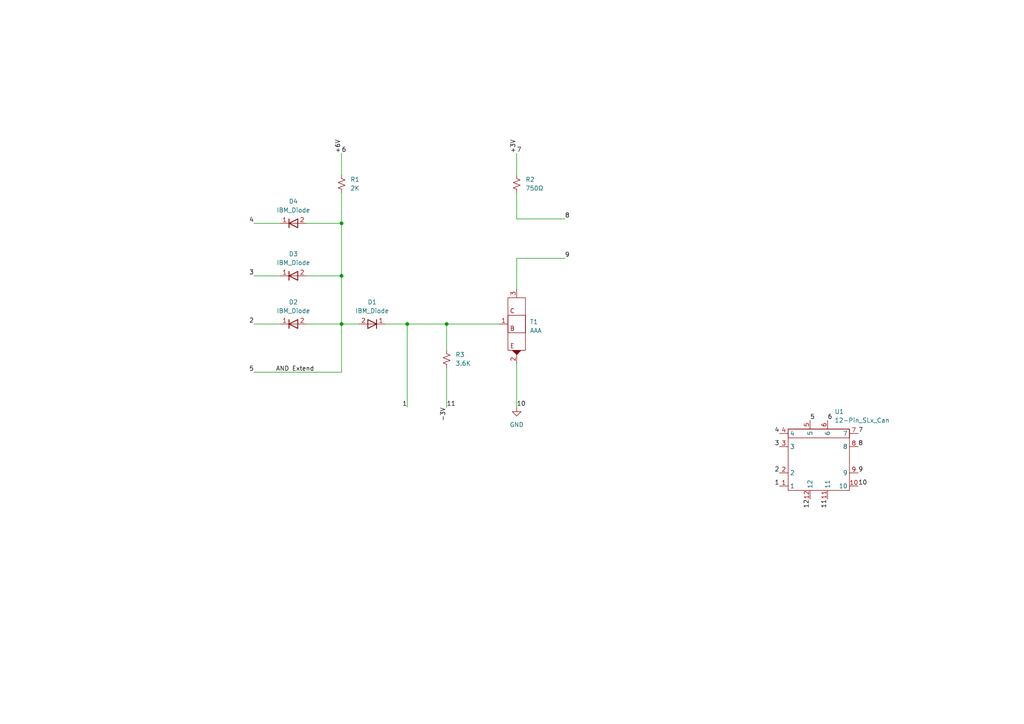
<source format=kicad_sch>
(kicad_sch (version 20211123) (generator eeschema)
  (paper "A4")
  (lib_symbols
    (symbol "Device:R_Small_US" (pin_numbers hide) (pin_names (offset 0.254) hide)
      (property "Reference" "R" (at 0.762 0.508 0))
      (property "Value" "R_Small_US" (at 0.762 -1.016 0))
      (symbol "R_Small_US_1_1"
        (polyline (pts (xy 0 0) (xy 1.016 -0.381) (xy 0 -0.762) (xy -1.016 -1.143) (xy 0 -1.524)))
        (polyline (pts (xy 0 1.524) (xy 1.016 1.143) (xy 0 0.762) (xy -1.016 0.381) (xy 0 0)))
        (pin passive line (at 0 2.54 270) (length 1.016) (name "~") (number "1"))
        (pin passive line (at 0 -2.54 90) (length 1.016) (name "~") (number "2"))
      )
    )
    (symbol "IBM_SLT-SLD:12-Pin_SLx_Can"
      (property "Reference" "U" (at 0 -2.54 0))
      (property "Value" "12-Pin_SLx_Can" (at 0 0 0))
      (symbol "12-Pin_SLx_Can_0_1"
        (rectangle (start -8.89 8.89) (end 8.89 -8.89))
        (rectangle (start -8.89 8.89) (end 8.89 6.35))
      )
      (symbol "12-Pin_SLx_Can_1_1"
        (pin passive line (at -11.43 -7.62 0) (length 2.54) (name "1") (number "1"))
        (pin passive line (at 11.43 -7.62 180) (length 2.54) (name "10") (number "10"))
        (pin passive line (at 2.54 -11.43 90) (length 2.54) (name "11") (number "11"))
        (pin passive line (at -2.54 -11.43 90) (length 2.54) (name "12") (number "12"))
        (pin passive line (at -11.43 -3.81 0) (length 2.54) (name "2") (number "2"))
        (pin passive line (at -11.43 3.81 0) (length 2.54) (name "3") (number "3"))
        (pin passive line (at -11.43 7.62 0) (length 2.54) (name "4") (number "4"))
        (pin passive line (at -2.54 11.43 270) (length 2.54) (name "5") (number "5"))
        (pin passive line (at 2.54 11.43 270) (length 2.54) (name "6") (number "6"))
        (pin passive line (at 11.43 7.62 180) (length 2.54) (name "7") (number "7"))
        (pin passive line (at 11.43 3.81 180) (length 2.54) (name "8") (number "8"))
        (pin passive line (at 11.43 -3.81 180) (length 2.54) (name "9") (number "9"))
      )
    )
    (symbol "IBM_SLT-SLD:IBM_Diode"
      (property "Reference" "D" (at 0 5.08 0))
      (property "Value" "IBM_Diode" (at 0 2.54 0))
      (symbol "IBM_Diode_0_1"
        (polyline (pts (xy -1.27 1.27) (xy -1.27 -1.27)) (stroke (width 0.254)))
        (polyline (pts (xy 1.27 0) (xy -1.27 0)))
        (polyline (pts (xy 1.27 1.27) (xy 1.27 -1.27) (xy -1.27 0) (xy 1.27 1.27)) (stroke (width 0.254)))
      )
      (symbol "IBM_Diode_1_1"
        (pin passive line (at -3.81 0 0) (length 2.54) (name "K") (number "1"))
        (pin passive line (at 3.81 0 180) (length 2.54) (name "A") (number "2"))
      )
    )
    (symbol "IBM_SLT-SLD:IBM_Transistor"
      (property "Reference" "T" (at 0 5.08 0))
      (property "Value" "IBM_Transistor" (at 7.62 8.89 0))
      (symbol "IBM_Transistor_0_0"
        (text "B" (at -1.27 -1.27 0) (effects (font (size 1.27 1.27))))
        (text "C" (at -1.27 3.81 0) (effects (font (size 1.27 1.27))))
        (text "E" (at -1.27 -6.35 0) (effects (font (size 1.27 1.27))))
      )
      (symbol "IBM_Transistor_0_1"
        (rectangle (start -2.54 2.54) (end 2.54 -2.54))
        (rectangle (start -2.54 7.62) (end 2.54 -7.62))
        (polyline (pts (xy -1.27 -7.62) (xy 0 -8.89) (xy 1.27 -7.62)) (fill (type outline)))
      )
      (symbol "IBM_Transistor_1_1"
        (pin passive line (at -5.08 0 0) (length 2.54) (name "B") (number "1"))
        (pin passive line (at 0 -11.43 90) (length 2.54) (name "E") (number "2"))
        (pin passive line (at 0 10.16 270) (length 2.54) (name "C") (number "3"))
      )
    )
    (symbol "power:GND" (power) (pin_names (offset 0))
      (property "Value" "GND" (at 0 -3.81 0))
      (symbol "GND_0_1"
        (polyline (pts (xy 0 0) (xy 0 -1.27) (xy 1.27 -1.27) (xy 0 -2.54) (xy -1.27 -1.27) (xy 0 -1.27)))
      )
      (symbol "GND_1_1"
        (pin power_in line (at 0 0 270) (length 0) hide (name "GND") (number "1"))
      )
    )
  )
  (junction (at 99.06 80.01))
  (junction (at 129.54 93.98))
  (junction (at 118.11 93.98))
  (junction (at 99.06 64.77))
  (junction (at 99.06 93.98))
  (wire (pts (xy 149.86 44.45) (xy 149.86 50.8)))
  (wire (pts (xy 99.06 80.01) (xy 99.06 93.98)))
  (wire (pts (xy 73.66 80.01) (xy 81.28 80.01)))
  (wire (pts (xy 99.06 64.77) (xy 99.06 80.01)))
  (wire (pts (xy 149.86 55.88) (xy 149.86 63.5)))
  (wire (pts (xy 99.06 93.98) (xy 104.14 93.98)))
  (wire (pts (xy 129.54 93.98) (xy 129.54 101.6)))
  (wire (pts (xy 129.54 106.68) (xy 129.54 118.11)))
  (wire (pts (xy 99.06 64.77) (xy 88.9 64.77)))
  (wire (pts (xy 149.86 105.41) (xy 149.86 118.11)))
  (wire (pts (xy 149.86 74.93) (xy 163.83 74.93)))
  (wire (pts (xy 118.11 93.98) (xy 129.54 93.98)))
  (wire (pts (xy 73.66 93.98) (xy 81.28 93.98)))
  (wire (pts (xy 129.54 93.98) (xy 144.78 93.98)))
  (wire (pts (xy 111.76 93.98) (xy 118.11 93.98)))
  (wire (pts (xy 99.06 80.01) (xy 88.9 80.01)))
  (wire (pts (xy 73.66 64.77) (xy 81.28 64.77)))
  (wire (pts (xy 73.66 107.95) (xy 99.06 107.95)))
  (wire (pts (xy 149.86 83.82) (xy 149.86 74.93)))
  (wire (pts (xy 118.11 118.11) (xy 118.11 93.98)))
  (wire (pts (xy 99.06 55.88) (xy 99.06 64.77)))
  (wire (pts (xy 99.06 44.45) (xy 99.06 50.8)))
  (wire (pts (xy 149.86 63.5) (xy 163.83 63.5)))
  (wire (pts (xy 99.06 107.95) (xy 99.06 93.98)))
  (wire (pts (xy 88.9 93.98) (xy 99.06 93.98)))
  (label "8" (at 163.83 63.5 0))
  (label "9" (at 248.92 137.16 0))
  (label "7" (at 248.92 125.73 0))
  (label "5" (at 73.66 107.95 180))
  (label "+6V" (at 99.06 44.45 90))
  (label "5" (at 234.95 121.92 0))
  (label "11" (at 240.03 144.78 270))
  (label "7" (at 149.86 44.45 0))
  (label "2" (at 73.66 93.98 180))
  (label "6" (at 99.06 44.45 0))
  (label "AND Extend" (at 80.01 107.95 0))
  (label "4" (at 226.06 125.73 180))
  (label "10" (at 248.92 140.97 0))
  (label "11" (at 129.54 118.11 0))
  (label "3" (at 226.06 129.54 180))
  (label "8" (at 248.92 129.54 0))
  (label "1" (at 226.06 140.97 180))
  (label "1" (at 118.11 118.11 180))
  (label "10" (at 149.86 118.11 0))
  (label "12" (at 234.95 144.78 270))
  (label "4" (at 73.66 64.77 180))
  (label "3" (at 73.66 80.01 180))
  (label "2" (at 226.06 137.16 180))
  (label "+3V" (at 149.86 44.45 90))
  (label "9" (at 163.83 74.93 0))
  (label "6" (at 240.03 121.92 0))
  (label "-3V" (at 129.54 118.11 270))
  (symbol (lib_id "power:GND") (at 149.86 118.11 0) (unit 1)
    (property "Reference" "#PWR0102" (effects hide))
    (property "Value" "GND" (at 149.86 123.19 0))
  )
  (symbol (lib_id "Device:R_Small_US") (at 99.06 53.34 0) (unit 1)
    (property "Reference" "R1" (at 101.6 52.0699 0) (effects (justify left)))
    (property "Value" "2K" (at 101.6 54.6099 0) (effects (justify left)))
    (property "Footprint" "Resistor_SMD:R_0201_0603Metric" (effects hide))
  )
  (symbol (lib_id "IBM_SLT-SLD:IBM_Diode") (at 107.95 93.98 180) (unit 1)
    (property "Reference" "D1" (at 107.95 87.63 0))
    (property "Value" "IBM_Diode" (at 107.95 90.17 0))
    (property "Footprint" "Diode_SMD:D_0201_0603Metric" (effects hide))
  )
  (symbol (lib_id "IBM_SLT-SLD:IBM_Transistor") (at 149.86 93.98 0) (unit 1)
    (property "Reference" "T1" (at 153.67 93.3449 0) (effects (justify left)))
    (property "Value" "AAA" (at 153.67 95.8849 0) (effects (justify left)))
    (property "Footprint" "Package_TO_SOT_SMD:SOT-883" (effects hide))
  )
  (symbol (lib_id "IBM_SLT-SLD:12-Pin_SLx_Can") (at 237.49 133.35 0) (unit 1)
    (property "Reference" "U1" (at 242.0494 119.38 0) (effects (justify left)))
    (property "Value" "12-Pin_SLx_Can" (at 242.0494 121.92 0) (effects (justify left)))
    (property "Footprint" "IBM_SLT-SLD:12-Pin_SLx_Can" (effects hide))
  )
  (symbol (lib_id "IBM_SLT-SLD:IBM_Diode") (at 85.09 64.77 0) (unit 1)
    (property "Reference" "D4" (at 85.09 58.42 0))
    (property "Value" "IBM_Diode" (at 85.09 60.96 0))
    (property "Footprint" "Diode_SMD:D_0201_0603Metric" (effects hide))
  )
  (symbol (lib_id "Device:R_Small_US") (at 149.86 53.34 0) (unit 1)
    (property "Reference" "R2" (at 152.4 52.0699 0) (effects (justify left)))
    (property "Value" "750Ω" (at 152.4 54.6099 0) (effects (justify left)))
    (property "Footprint" "Resistor_SMD:R_0201_0603Metric" (effects hide))
  )
  (symbol (lib_id "IBM_SLT-SLD:IBM_Diode") (at 85.09 80.01 0) (unit 1)
    (property "Reference" "D3" (at 85.09 73.66 0))
    (property "Value" "IBM_Diode" (at 85.09 76.2 0))
    (property "Footprint" "Diode_SMD:D_0201_0603Metric" (effects hide))
  )
  (symbol (lib_id "IBM_SLT-SLD:IBM_Diode") (at 85.09 93.98 0) (unit 1)
    (property "Reference" "D2" (at 85.09 87.63 0))
    (property "Value" "IBM_Diode" (at 85.09 90.17 0))
    (property "Footprint" "Diode_SMD:D_0201_0603Metric" (effects hide))
  )
  (symbol (lib_id "Device:R_Small_US") (at 129.54 104.14 0) (unit 1)
    (property "Reference" "R3" (at 132.08 102.8699 0) (effects (justify left)))
    (property "Value" "3.6K" (at 132.08 105.4099 0) (effects (justify left)))
    (property "Footprint" "Resistor_SMD:R_0201_0603Metric" (effects hide))
  )
)
</source>
